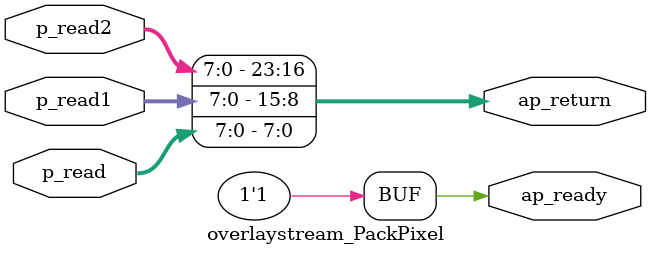
<source format=v>

`timescale 1 ns / 1 ps 

module overlaystream_PackPixel (
        ap_ready,
        p_read,
        p_read1,
        p_read2,
        ap_return
);


output   ap_ready;
input  [7:0] p_read;
input  [7:0] p_read1;
input  [7:0] p_read2;
output  [23:0] ap_return;

assign ap_ready = 1'b1;

assign ap_return = {{{p_read2}, {p_read1}}, {p_read}};

endmodule //overlaystream_PackPixel

</source>
